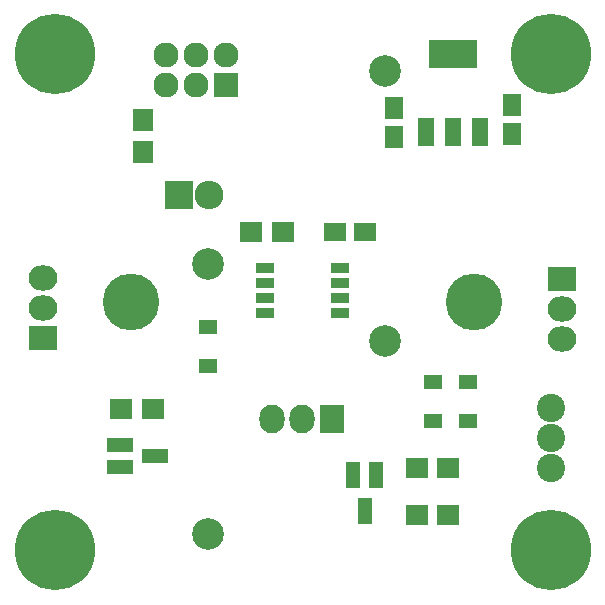
<source format=gts>
%TF.GenerationSoftware,KiCad,Pcbnew,4.0.1-stable*%
%TF.CreationDate,2016-03-27T20:30:35+01:00*%
%TF.ProjectId,rc_power_sockets,72635F706F7765725F736F636B657473,rev?*%
%TF.FileFunction,Soldermask,Top*%
%FSLAX46Y46*%
G04 Gerber Fmt 4.6, Leading zero omitted, Abs format (unit mm)*
G04 Created by KiCad (PCBNEW 4.0.1-stable) date 27/03/2016 20:30:35*
%MOMM*%
G01*
G04 APERTURE LIST*
%ADD10C,0.100000*%
%ADD11C,2.686000*%
%ADD12R,1.543000X0.908000*%
%ADD13R,4.057600X2.432000*%
%ADD14R,1.416000X2.432000*%
%ADD15C,6.800000*%
%ADD16R,1.200100X2.200860*%
%ADD17R,2.200860X1.200100*%
%ADD18R,2.127200X2.432000*%
%ADD19O,2.127200X2.432000*%
%ADD20R,2.432000X2.127200*%
%ADD21O,2.432000X2.127200*%
%ADD22R,1.650000X1.900000*%
%ADD23R,1.900000X1.650000*%
%ADD24R,1.900000X1.700000*%
%ADD25C,2.398980*%
%ADD26R,2.127200X2.127200*%
%ADD27O,2.127200X2.127200*%
%ADD28R,1.700000X1.900000*%
%ADD29R,1.620000X1.310000*%
%ADD30R,2.432000X2.432000*%
%ADD31O,2.432000X2.432000*%
%ADD32C,4.800000*%
G04 APERTURE END LIST*
D10*
D11*
X152000000Y-65380000D03*
X152000000Y-88240000D03*
D12*
X148175000Y-82095000D03*
X148175000Y-83365000D03*
X148175000Y-84635000D03*
X148175000Y-85905000D03*
X141825000Y-85905000D03*
X141825000Y-84635000D03*
X141825000Y-83365000D03*
X141825000Y-82095000D03*
D11*
X137000000Y-104620000D03*
X137000000Y-81760000D03*
D13*
X157750000Y-63948000D03*
D14*
X157750000Y-70552000D03*
X160036000Y-70552000D03*
X155464000Y-70552000D03*
D15*
X166000000Y-64000000D03*
D16*
X151202000Y-99644860D03*
X149302000Y-99644860D03*
X150252000Y-102647140D03*
D17*
X129498860Y-97050000D03*
X129498860Y-98950000D03*
X132501140Y-98000000D03*
D18*
X147500000Y-94900000D03*
D19*
X144960000Y-94900000D03*
X142420000Y-94900000D03*
D20*
X123000000Y-88000000D03*
D21*
X123000000Y-85460000D03*
X123000000Y-82920000D03*
D22*
X152750000Y-71000000D03*
X152750000Y-68500000D03*
X162750000Y-70750000D03*
X162750000Y-68250000D03*
D23*
X147750000Y-79000000D03*
X150250000Y-79000000D03*
D24*
X154650000Y-99000000D03*
X157350000Y-99000000D03*
X132350000Y-94000000D03*
X129650000Y-94000000D03*
X154650000Y-103000000D03*
X157350000Y-103000000D03*
X140650000Y-79000000D03*
X143350000Y-79000000D03*
D25*
X166000000Y-96460000D03*
X166000000Y-93920000D03*
X166000000Y-99000000D03*
D26*
X138500000Y-66600000D03*
D27*
X138500000Y-64060000D03*
X135960000Y-66600000D03*
X135960000Y-64060000D03*
X133420000Y-66600000D03*
X133420000Y-64060000D03*
D20*
X167000000Y-83000000D03*
D21*
X167000000Y-85540000D03*
X167000000Y-88080000D03*
D15*
X166000000Y-106000000D03*
X124000000Y-106000000D03*
X124000000Y-64000000D03*
D28*
X131456000Y-69570000D03*
X131456000Y-72270000D03*
D29*
X159000000Y-95035000D03*
X159000000Y-91765000D03*
X156000000Y-95035000D03*
X156000000Y-91765000D03*
X137000000Y-90385000D03*
X137000000Y-87115000D03*
D30*
X134500000Y-75900000D03*
D31*
X137040000Y-75900000D03*
D32*
X130500000Y-85000000D03*
X159500000Y-85000000D03*
M02*

</source>
